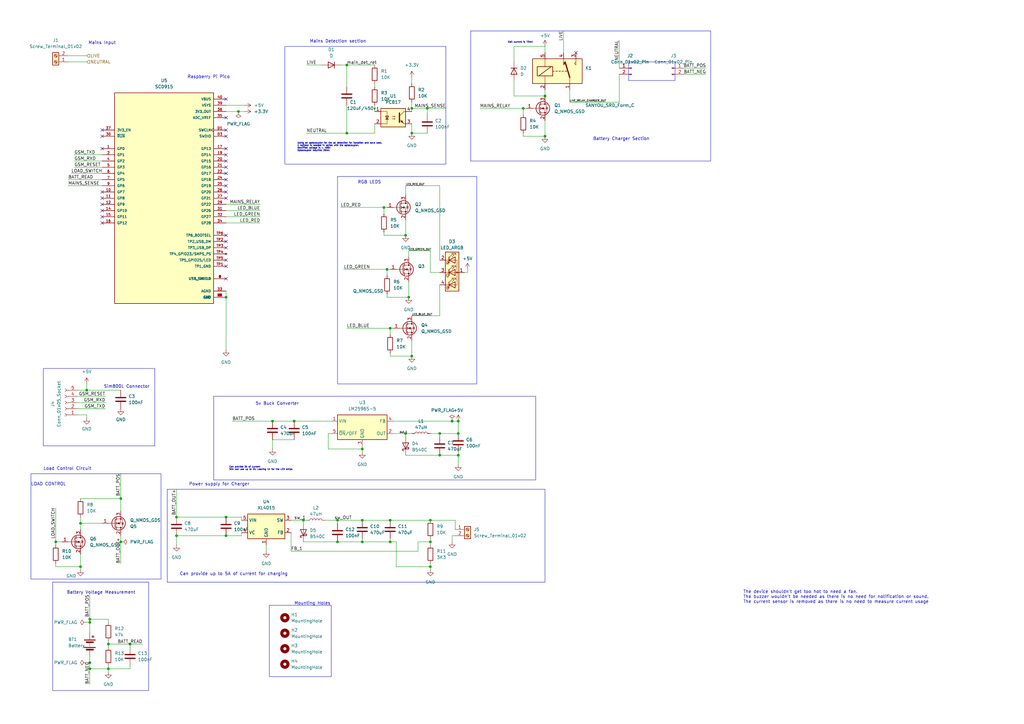
<source format=kicad_sch>
(kicad_sch (version 20230121) (generator eeschema)
  (paper "A3")
  (title_block (title "Stool Design") (date "2024-01-15") (company "PowerLabsTEch"))
  (junction (at 120.65 172.72))
  (junction (at 166.37 96.52))
  (junction (at 148.59 222.25))
  (junction (at 142.24 26.67))
  (junction (at 175.26 44.45))
  (junction (at 160.02 134.62))
  (junction (at 185.42 172.72))
  (junction (at 168.91 146.05))
  (junction (at 160.02 213.36))
  (junction (at 176.53 232.41))
  (junction (at 33.02 232.41))
  (junction (at 223.52 55.88))
  (junction (at 180.34 177.8))
  (junction (at 148.59 213.36))
  (junction (at 167.64 121.92))
  (junction (at 223.52 39.37))
  (junction (at 35.56 160.02))
  (junction (at 53.34 264.16))
  (junction (at 180.34 186.69))
  (junction (at 166.37 177.8))
  (junction (at 49.53 222.25))
  (junction (at 168.91 44.45))
  (junction (at 168.91 54.61))
  (junction (at 176.53 213.36))
  (junction (at 138.43 222.25))
  (junction (at 92.71 212.09))
  (junction (at 142.24 54.61))
  (junction (at 111.76 172.72))
  (junction (at 176.53 222.25))
  (junction (at 187.96 172.72))
  (junction (at 22.86 222.25))
  (junction (at 36.83 274.32))
  (junction (at 33.02 214.63))
  (junction (at 49.53 204.47))
  (junction (at 187.96 177.8))
  (junction (at 36.83 255.27))
  (junction (at 187.96 186.69))
  (junction (at 44.45 264.16))
  (junction (at 92.71 121.92))
  (junction (at 44.45 274.32))
  (junction (at 36.83 254))
  (junction (at 214.63 44.45))
  (junction (at 124.46 213.36))
  (junction (at 138.43 213.36))
  (junction (at 92.71 219.71))
  (junction (at 160.02 222.25))
  (junction (at 72.39 219.71))
  (junction (at 158.75 110.49))
  (junction (at 36.83 271.78))
  (junction (at 72.39 212.09))
  (junction (at 97.79 45.72))
  (junction (at 157.48 85.09))
  (junction (at 148.59 184.15))
  (no_connect (at 41.91 83.82))
  (no_connect (at 92.71 53.34))
  (no_connect (at 92.71 63.5))
  (no_connect (at 41.91 86.36))
  (no_connect (at 92.71 109.22))
  (no_connect (at 41.91 53.34))
  (no_connect (at 92.71 48.26))
  (no_connect (at 92.71 55.88))
  (no_connect (at 92.71 76.2))
  (no_connect (at 92.71 78.74))
  (no_connect (at 236.22 21.59))
  (no_connect (at 92.71 114.3))
  (no_connect (at 92.71 40.64))
  (no_connect (at 41.91 78.74))
  (no_connect (at 92.71 66.04))
  (no_connect (at 92.71 81.28))
  (no_connect (at 92.71 68.58))
  (no_connect (at 41.91 81.28))
  (no_connect (at 92.71 96.52))
  (no_connect (at 41.91 55.88))
  (no_connect (at 92.71 71.12))
  (no_connect (at 92.71 60.96))
  (no_connect (at 92.71 73.66))
  (no_connect (at 92.71 101.6))
  (no_connect (at 92.71 106.68))
  (no_connect (at 41.91 88.9))
  (no_connect (at 41.91 60.96))
  (no_connect (at 41.91 91.44))
  (no_connect (at 92.71 99.06))
  (wire (pts (xy 168.91 44.45) (xy 175.26 44.45)))
  (wire (pts (xy 214.63 44.45) (xy 214.63 46.99)))
  (wire (pts (xy 210.82 33.02) (xy 210.82 39.37)))
  (wire (pts (xy 171.45 226.06) (xy 171.45 222.25)))
  (wire (pts (xy 176.53 220.98) (xy 176.53 222.25)))
  (wire (pts (xy 171.45 222.25) (xy 176.53 222.25)))
  (wire (pts (xy 214.63 55.88) (xy 223.52 55.88)))
  (wire (pts (xy 36.83 243.84) (xy 36.83 254)))
  (wire (pts (xy 33.02 227.33) (xy 33.02 232.41)))
  (polyline (pts (xy 193.04 66.04) (xy 291.465 66.04)))
  (wire (pts (xy 44.45 254) (xy 36.83 254)))
  (wire (pts (xy 36.83 254) (xy 36.83 255.27)))
  (wire (pts (xy 210.82 19.05) (xy 223.52 19.05)))
  (wire (pts (xy 124.46 213.36) (xy 125.73 213.36)))
  (wire (pts (xy 119.38 226.06) (xy 171.45 226.06)))
  (wire (pts (xy 35.56 157.48) (xy 35.56 160.02)))
  (wire (pts (xy 214.63 44.45) (xy 215.9 44.45)))
  (wire (pts (xy 92.71 91.44) (xy 106.68 91.44)))
  (wire (pts (xy 22.86 222.25) (xy 25.4 222.25)))
  (wire (pts (xy 31.75 165.1) (xy 43.18 165.1)))
  (wire (pts (xy 160.02 144.78) (xy 160.02 146.05)))
  (wire (pts (xy 44.45 262.89) (xy 44.45 264.16)))
  (wire (pts (xy 166.37 186.69) (xy 180.34 186.69)))
  (wire (pts (xy 185.42 222.25) (xy 185.42 219.71)))
  (wire (pts (xy 185.42 172.72) (xy 187.96 172.72)))
  (wire (pts (xy 142.24 54.61) (xy 153.67 54.61)))
  (wire (pts (xy 175.26 44.45) (xy 175.26 46.99)))
  (wire (pts (xy 36.83 274.32) (xy 44.45 274.32)))
  (wire (pts (xy 138.43 213.36) (xy 138.43 214.63)))
  (wire (pts (xy 72.39 219.71) (xy 92.71 219.71)))
  (wire (pts (xy 111.76 180.34) (xy 111.76 184.15)))
  (wire (pts (xy 166.37 177.8) (xy 166.37 179.07)))
  (wire (pts (xy 148.59 213.36) (xy 160.02 213.36)))
  (wire (pts (xy 153.67 43.18) (xy 153.67 45.72)))
  (wire (pts (xy 142.24 43.18) (xy 142.24 54.61)))
  (wire (pts (xy 72.39 212.09) (xy 92.71 212.09)))
  (wire (pts (xy 53.34 264.16) (xy 53.34 265.43)))
  (wire (pts (xy 176.53 231.14) (xy 176.53 232.41)))
  (wire (pts (xy 191.77 111.76) (xy 191.77 110.49)))
  (wire (pts (xy 27.94 22.86) (xy 35.56 22.86)))
  (wire (pts (xy 124.46 213.36) (xy 124.46 214.63)))
  (wire (pts (xy 168.91 129.54) (xy 180.34 129.54)))
  (wire (pts (xy 92.71 88.9) (xy 106.68 88.9)))
  (wire (pts (xy 153.67 34.29) (xy 153.67 35.56)))
  (wire (pts (xy 111.76 180.34) (xy 120.65 180.34)))
  (wire (pts (xy 158.75 110.49) (xy 160.02 110.49)))
  (wire (pts (xy 33.02 214.63) (xy 41.91 214.63)))
  (wire (pts (xy 223.52 36.83) (xy 223.52 39.37)))
  (wire (pts (xy 99.06 218.44) (xy 99.06 219.71)))
  (wire (pts (xy 168.91 54.61) (xy 175.26 54.61)))
  (wire (pts (xy 41.91 63.5) (xy 30.48 63.5)))
  (wire (pts (xy 160.02 222.25) (xy 162.56 222.25)))
  (wire (pts (xy 157.48 85.09) (xy 157.48 87.63)))
  (wire (pts (xy 31.75 170.18) (xy 35.56 170.18)))
  (wire (pts (xy 187.96 185.42) (xy 187.96 186.69)))
  (wire (pts (xy 119.38 213.36) (xy 124.46 213.36)))
  (wire (pts (xy 160.02 213.36) (xy 176.53 213.36)))
  (wire (pts (xy 95.25 172.72) (xy 111.76 172.72)))
  (wire (pts (xy 148.59 222.25) (xy 160.02 222.25)))
  (wire (pts (xy 167.64 102.87) (xy 176.53 102.87)))
  (wire (pts (xy 168.91 31.75) (xy 168.91 34.29)))
  (wire (pts (xy 44.45 275.59) (xy 44.45 274.32)))
  (wire (pts (xy 49.53 204.47) (xy 49.53 209.55)))
  (wire (pts (xy 166.37 90.17) (xy 166.37 96.52)))
  (wire (pts (xy 49.53 222.25) (xy 49.53 231.14)))
  (wire (pts (xy 97.79 45.72) (xy 92.71 45.72)))
  (wire (pts (xy 223.52 19.05) (xy 223.52 21.59)))
  (wire (pts (xy 142.24 134.62) (xy 160.02 134.62)))
  (wire (pts (xy 176.53 232.41) (xy 176.53 233.68)))
  (wire (pts (xy 180.34 177.8) (xy 180.34 179.07)))
  (wire (pts (xy 44.45 254) (xy 44.45 255.27)))
  (wire (pts (xy 187.96 172.72) (xy 187.96 177.8)))
  (wire (pts (xy 35.56 255.27) (xy 36.83 255.27)))
  (wire (pts (xy 53.34 273.05) (xy 53.34 274.32)))
  (wire (pts (xy 223.52 49.53) (xy 223.52 55.88)))
  (wire (pts (xy 153.67 50.8) (xy 153.67 54.61)))
  (wire (pts (xy 180.34 177.8) (xy 187.96 177.8)))
  (wire (pts (xy 33.02 204.47) (xy 49.53 204.47)))
  (wire (pts (xy 22.86 232.41) (xy 33.02 232.41)))
  (wire (pts (xy 196.85 44.45) (xy 214.63 44.45)))
  (wire (pts (xy 160.02 134.62) (xy 161.29 134.62)))
  (wire (pts (xy 92.71 219.71) (xy 99.06 219.71)))
  (wire (pts (xy 53.34 264.16) (xy 44.45 264.16)))
  (wire (pts (xy 210.82 39.37) (xy 223.52 39.37)))
  (wire (pts (xy 111.76 172.72) (xy 120.65 172.72)))
  (wire (pts (xy 41.91 71.12) (xy 29.21 71.12)))
  (wire (pts (xy 33.02 217.17) (xy 33.02 214.63)))
  (wire (pts (xy 168.91 139.7) (xy 168.91 146.05)))
  (wire (pts (xy 160.02 146.05) (xy 168.91 146.05)))
  (wire (pts (xy 119.38 218.44) (xy 119.38 226.06)))
  (wire (pts (xy 92.71 121.92) (xy 92.71 143.51)))
  (wire (pts (xy 175.26 44.45) (xy 182.88 44.45)))
  (wire (pts (xy 167.64 115.57) (xy 167.64 121.92)))
  (wire (pts (xy 138.43 222.25) (xy 148.59 222.25)))
  (wire (pts (xy 58.42 264.16) (xy 53.34 264.16)))
  (polyline (pts (xy 193.04 12.7) (xy 193.04 66.04)))
  (wire (pts (xy 167.64 105.41) (xy 167.64 102.87)))
  (wire (pts (xy 140.97 110.49) (xy 158.75 110.49)))
  (wire (pts (xy 135.89 177.8) (xy 134.62 177.8)))
  (wire (pts (xy 166.37 177.8) (xy 168.91 177.8)))
  (wire (pts (xy 125.73 54.61) (xy 142.24 54.61)))
  (wire (pts (xy 92.71 83.82) (xy 106.68 83.82)))
  (wire (pts (xy 92.71 43.18) (xy 100.33 43.18)))
  (wire (pts (xy 148.59 182.88) (xy 148.59 184.15)))
  (wire (pts (xy 161.29 172.72) (xy 185.42 172.72)))
  (wire (pts (xy 158.75 110.49) (xy 158.75 113.03)))
  (wire (pts (xy 186.69 217.17) (xy 186.69 213.36)))
  (wire (pts (xy 33.02 212.09) (xy 33.02 214.63)))
  (wire (pts (xy 158.75 121.92) (xy 167.64 121.92)))
  (wire (pts (xy 168.91 44.45) (xy 168.91 45.72)))
  (wire (pts (xy 160.02 222.25) (xy 160.02 220.98)))
  (wire (pts (xy 142.24 26.67) (xy 153.67 26.67)))
  (wire (pts (xy 31.75 162.56) (xy 43.18 162.56)))
  (wire (pts (xy 180.34 116.84) (xy 180.34 129.54)))
  (wire (pts (xy 27.94 76.2) (xy 41.91 76.2)))
  (wire (pts (xy 35.56 170.18) (xy 35.56 171.45)))
  (wire (pts (xy 92.71 212.09) (xy 99.06 212.09)))
  (wire (pts (xy 166.37 76.2) (xy 180.34 76.2)))
  (wire (pts (xy 160.02 134.62) (xy 160.02 137.16)))
  (wire (pts (xy 36.83 274.32) (xy 36.83 280.67)))
  (wire (pts (xy 231.14 21.59) (xy 231.14 12.7)))
  (wire (pts (xy 49.53 194.31) (xy 49.53 204.47)))
  (wire (pts (xy 176.53 213.36) (xy 186.69 213.36)))
  (wire (pts (xy 41.91 73.66) (xy 27.94 73.66)))
  (wire (pts (xy 233.68 41.91) (xy 254 41.91)))
  (wire (pts (xy 139.7 26.67) (xy 142.24 26.67)))
  (wire (pts (xy 36.83 255.27) (xy 36.83 259.08)))
  (wire (pts (xy 254 16.51) (xy 254 27.94)))
  (wire (pts (xy 133.35 213.36) (xy 138.43 213.36)))
  (wire (pts (xy 49.53 160.02) (xy 35.56 160.02)))
  (wire (pts (xy 210.82 25.4) (xy 210.82 19.05)))
  (wire (pts (xy 162.56 232.41) (xy 162.56 222.25)))
  (wire (pts (xy 185.42 219.71) (xy 186.69 219.71)))
  (wire (pts (xy 157.48 95.25) (xy 157.48 96.52)))
  (wire (pts (xy 36.83 269.24) (xy 36.83 271.78)))
  (wire (pts (xy 280.67 27.94) (xy 289.56 27.94)))
  (wire (pts (xy 166.37 80.01) (xy 166.37 76.2)))
  (wire (pts (xy 190.5 111.76) (xy 191.77 111.76)))
  (wire (pts (xy 99.06 213.36) (xy 99.06 212.09)))
  (wire (pts (xy 157.48 96.52) (xy 166.37 96.52)))
  (wire (pts (xy 125.73 26.67) (xy 132.08 26.67)))
  (wire (pts (xy 139.7 85.09) (xy 157.48 85.09)))
  (wire (pts (xy 31.75 167.64) (xy 43.18 167.64)))
  (wire (pts (xy 161.29 177.8) (xy 166.37 177.8)))
  (wire (pts (xy 187.96 186.69) (xy 187.96 190.5)))
  (wire (pts (xy 142.24 26.67) (xy 142.24 35.56)))
  (wire (pts (xy 92.71 86.36) (xy 106.68 86.36)))
  (wire (pts (xy 124.46 222.25) (xy 138.43 222.25)))
  (wire (pts (xy 148.59 184.15) (xy 148.59 185.42)))
  (wire (pts (xy 168.91 50.8) (xy 168.91 54.61)))
  (wire (pts (xy 31.75 160.02) (xy 35.56 160.02)))
  (polyline (pts (xy 291.465 66.04) (xy 291.465 12.7)))
  (wire (pts (xy 134.62 177.8) (xy 134.62 184.15)))
  (wire (pts (xy 44.45 264.16) (xy 44.45 265.43)))
  (wire (pts (xy 92.71 119.38) (xy 92.71 121.92)))
  (wire (pts (xy 180.34 106.68) (xy 180.34 76.2)))
  (wire (pts (xy 214.63 54.61) (xy 214.63 55.88)))
  (wire (pts (xy 233.68 36.83) (xy 233.68 41.91)))
  (wire (pts (xy 35.56 271.78) (xy 36.83 271.78)))
  (wire (pts (xy 22.86 208.28) (xy 22.86 222.25)))
  (wire (pts (xy 176.53 232.41) (xy 162.56 232.41)))
  (wire (pts (xy 157.48 85.09) (xy 158.75 85.09)))
  (wire (pts (xy 176.53 111.76) (xy 180.34 111.76)))
  (wire (pts (xy 176.53 102.87) (xy 176.53 111.76)))
  (wire (pts (xy 49.53 219.71) (xy 49.53 222.25)))
  (wire (pts (xy 168.91 41.91) (xy 168.91 44.45)))
  (wire (pts (xy 44.45 273.05) (xy 44.45 274.32)))
  (wire (pts (xy 280.67 30.48) (xy 289.56 30.48)))
  (wire (pts (xy 72.39 223.52) (xy 72.39 219.71)))
  (wire (pts (xy 176.53 177.8) (xy 180.34 177.8)))
  (wire (pts (xy 41.91 66.04) (xy 30.48 66.04)))
  (wire (pts (xy 148.59 222.25) (xy 148.59 220.98)))
  (wire (pts (xy 53.34 274.32) (xy 44.45 274.32)))
  (wire (pts (xy 22.86 222.25) (xy 22.86 223.52)))
  (wire (pts (xy 97.79 45.72) (xy 100.33 45.72)))
  (wire (pts (xy 176.53 222.25) (xy 176.53 223.52)))
  (wire (pts (xy 72.39 200.66) (xy 72.39 212.09)))
  (wire (pts (xy 109.22 223.52) (xy 109.22 226.06)))
  (polyline (pts (xy 193.04 12.7) (xy 291.465 12.7)))
  (wire (pts (xy 120.65 172.72) (xy 135.89 172.72)))
  (wire (pts (xy 33.02 232.41) (xy 33.02 233.68)))
  (wire (pts (xy 158.75 120.65) (xy 158.75 121.92)))
  (wire (pts (xy 27.94 25.4) (xy 35.56 25.4)))
  (wire (pts (xy 254 41.91) (xy 254 30.48)))
  (wire (pts (xy 180.34 186.69) (xy 187.96 186.69)))
  (wire (pts (xy 22.86 231.14) (xy 22.86 232.41)))
  (wire (pts (xy 138.43 213.36) (xy 148.59 213.36)))
  (wire (pts (xy 134.62 184.15) (xy 148.59 184.15)))
  (wire (pts (xy 36.83 271.78) (xy 36.83 274.32)))
  (wire (pts (xy 41.91 68.58) (xy 30.48 68.58)))
  (rectangle (start 110.49 248.285) (end 135.89 277.495))
  (rectangle (start 68.58 200.66) (end 223.52 238.76))
  (rectangle (start 87.63 162.56) (end 219.71 196.85))
  (rectangle (start 257.81 25.4) (end 276.86 33.02))
  (rectangle (start 138.43 72.39) (end 195.58 157.48))
  (rectangle (start 116.84 19.05) (end 182.88 67.31))
  (rectangle (start 17.78 151.13) (end 63.5 182.88))
  (rectangle (start 12.7 194.31) (end 66.04 237.49))
  (rectangle (start 21.59 238.76) (end 60.96 283.21))
  (text "Coil current is 72mA" (at 208.28 17.78 0) (effects (font (size 0.635 0.635)) (justify left bottom)))
  (text "LOAD CONTROL" (at 12.7 199.39 0) (effects (font (size 1.27 1.27)) (justify left bottom)))
  (text "5v Buck Converter" (at 104.775 166.37 0) (effects (font (size 1.27 1.27)) (justify left bottom)))
  (text "Mounting Holes" (at 120.65 248.285 0) (effects (font (size 1.27 1.27)) (justify left bottom)))
  (text "Mains Detection section" (at 127 17.78 0) (effects (font (size 1.27 1.27)) (justify left bottom)))
  (text "Using an optocoupler for the ac detection for isolation and save cost.\nA resistor is needed in series with the optocoupler.\nRectified voltage is < 400V\nOptocoupler requires 20mA" (at 121.92 62.23 0) (effects (font (size 0.635 0.635)) (justify left bottom)))
  (text "Battery Charger Section" (at 243.205 57.785 0) (effects (font (size 1.27 1.27)) (justify left bottom)))
  (text "Load Control Circuit" (at 17.78 193.04 0) (effects (font (size 1.27 1.27)) (justify left bottom)))
  (text "Can provide 3A of current \nSim can use up to 2A, Leaving 1A for the LED strips" (at 93.98 193.04 0) (effects (font (size 0.635 0.635)) (justify left bottom)))
  (text "RGB LEDS" (at 146.685 75.565 0) (effects (font (size 1.27 1.27)) (justify left bottom)))
  (text "Mains Input" (at 36.195 18.415 0) (effects (font (size 1.27 1.27)) (justify left bottom)))
  (text "Raspberry Pi Pico" (at 76.835 32.385 0) (effects (font (size 1.27 1.27)) (justify left bottom)))
  (text "Sim800L Connector" (at 42.545 159.385 0) (effects (font (size 1.27 1.27)) (justify left bottom)))
  (text "The device shouldn't get too hot to need a fan.\nThe buzzer wouldn't be needed as there is no need for notification or sound.\nThe current sensor is removed as there is no need to measure current usage" (at 304.8 247.65 0) (effects (font (size 1.27 1.27)) (justify left bottom)))
  (text "Power supply for Charger" (at 77.47 199.39 0) (effects (font (size 1.27 1.27)) (justify left bottom)))
  (text "Can provide up to 5A of current for charging" (at 73.66 236.22 0) (effects (font (size 1.27 1.27)) (justify left bottom)))
  (text "Battery Voltage Measurement" (at 27.305 243.84 0) (effects (font (size 1.27 1.27)) (justify left bottom)))
  (label "MAINS_RELAY" (at 196.85 44.45 0))
  (label "LED_GREEN_OUT" (at 167.64 102.87 0) (effects (font (size 0.762 0.762))))
  (label "NEUTRAL" (at 254 16.51 270))
  (label "LED_BLUE" (at 106.68 86.36 180))
  (label "FB_1" (at 119.38 226.06 0))
  (label "GSM_TXD" (at 43.18 167.64 180))
  (label "BATT_READ" (at 58.42 264.16 180))
  (label "GSM_RESET" (at 43.18 162.56 180))
  (label "LIVE_RELAY_CHARGER_OUT" (at 233.68 41.91 0) (effects (font (size 0.762 0.762))))
  (label "BATT_OUT+" (at 72.39 200.66 270))
  (label "GSM_RXD" (at 30.48 66.04 0))
  (label "out_1" (at 163.83 177.8 0) (effects (font (size 0.762 0.762))))
  (label "BATT_NEG" (at 36.83 280.67 90))
  (label "BATT_OUT+" (at 49.53 231.14 90))
  (label "NEUTRAL" (at 125.73 54.61 0))
  (label "sw_1" (at 120.65 213.36 0))
  (label "BATT_POS" (at 95.25 172.72 0))
  (label "BATT_READ" (at 27.94 73.66 0))
  (label "GSM_TXD" (at 30.48 63.5 0))
  (label "sw_OUT" (at 137.16 213.36 0))
  (label "LOAD_SWITCH" (at 29.21 71.12 0))
  (label "LED_RED_OUT" (at 166.37 76.2 0) (effects (font (size 0.762 0.762))))
  (label "main_det_ret" (at 142.24 26.67 0))
  (label "BATT_POS" (at 289.56 27.94 180))
  (label "BATT_NEG" (at 289.56 30.48 180))
  (label "LED_BLUE" (at 142.24 134.62 0))
  (label "LED_GREEN" (at 140.97 110.49 0))
  (label "LOAD_SWITCH" (at 22.86 208.28 270))
  (label "MAINS_SENSE" (at 182.88 44.45 180))
  (label "LED_BLUE_OUT" (at 168.91 129.54 0) (effects (font (size 0.762 0.762))))
  (label "BATT_POS" (at 49.53 194.31 270))
  (label "GSM_RXD" (at 43.18 165.1 180))
  (label "MAINS_SENSE" (at 27.94 76.2 0))
  (label "LED_RED" (at 139.7 85.09 0))
  (label "MAINS_RELAY" (at 106.68 83.82 180))
  (label "GSM_RESET" (at 30.48 68.58 0))
  (label "LIVE" (at 231.14 12.7 270))
  (label "LIVE" (at 125.73 26.67 0))
  (label "BATT_POS" (at 36.83 243.84 270))
  (label "LED_GREEN" (at 106.68 88.9 180))
  (label "LED_RED" (at 106.68 91.44 180))
  (hierarchical_label "LIVE" (shape input) (at 35.56 22.86 0))
  (hierarchical_label "NEUTRAL" (shape input) (at 35.56 25.4 0))
  (symbol (lib_id "power:GND") (at 49.53 167.64 0) (unit 1)
    (property "Reference" "#PWR013" (effects hide))
    (property "Value" "GND" (at 49.53 172.085 0))
  )
  (symbol (lib_id "power:+5V") (at 187.96 172.72 0) (unit 1)
    (property "Reference" "#PWR015" (effects hide))
    (property "Value" "+5V" (at 187.96 168.275 0))
  )
  (symbol (lib_id "Device:R") (at 158.75 116.84 0) (unit 1)
    (property "Reference" "R6" (at 161.29 115.57 0) (effects (justify left)))
    (property "Value" "10K" (at 161.29 118.11 0) (effects (justify left)))
    (property "Footprint" "Resistor_SMD:R_0603_1608Metric" (effects hide))
    (property "Datasheet" "https://datasheet.lcsc.com/lcsc/2206010045_UNI-ROYAL-Uniroyal-Elec-0603WAF1002T5E_C25804.pdf" (effects hide))
    (property "Manufacturer_Part_Number" "0603WAF1002T5E" (effects hide))
    (property "Manufacturer_Name" "UNI-ROYAL(Uniroyal Elec)" (effects hide))
    (property "LCSC_Part_Number" "C25804" (effects hide))
  )
  (symbol (lib_id "Regulator_Switching:LM2596S-5") (at 148.59 175.26 0) (unit 1)
    (property "Reference" "U3" (at 148.59 165.1 0))
    (property "Value" "LM2596S-5" (at 148.59 167.64 0))
    (property "Footprint" "Package_TO_SOT_SMD:TO-263-5_TabPin3" (effects hide))
    (property "Datasheet" "http://www.ti.com/lit/ds/symlink/lm2596.pdf" (effects hide))
    (property "Manufacturer_Part_Number" "LM2596S-5.0RG" (effects hide))
    (property "Manufacturer_Name" "HANSCHIP semiconductor" (effects hide))
    (property "LCSC_Part_Number" "C5157156" (effects hide))
  )
  (symbol (lib_id "Device:R") (at 157.48 91.44 0) (unit 1)
    (property "Reference" "R5" (at 160.02 90.17 0) (effects (justify left)))
    (property "Value" "10K" (at 160.02 92.71 0) (effects (justify left)))
    (property "Footprint" "Resistor_SMD:R_0603_1608Metric" (effects hide))
    (property "Datasheet" "https://datasheet.lcsc.com/lcsc/2206010045_UNI-ROYAL-Uniroyal-Elec-0603WAF1002T5E_C25804.pdf" (effects hide))
    (property "Manufacturer_Part_Number" "0603WAF1002T5E" (effects hide))
    (property "Manufacturer_Name" "UNI-ROYAL(Uniroyal Elec)" (effects hide))
    (property "LCSC_Part_Number" "C25804" (effects hide))
  )
  (symbol (lib_id "Device:R") (at 22.86 227.33 0) (unit 1)
    (property "Reference" "R10" (at 25.4 226.06 0) (effects (justify left)))
    (property "Value" "10K" (at 25.4 228.6 0) (effects (justify left)))
    (property "Footprint" "Resistor_SMD:R_0603_1608Metric" (effects hide))
    (property "Datasheet" "https://datasheet.lcsc.com/lcsc/2206010045_UNI-ROYAL-Uniroyal-Elec-0603WAF1002T5E_C25804.pdf" (effects hide))
    (property "Manufacturer_Part_Number" "0603WAF1002T5E" (effects hide))
    (property "Manufacturer_Name" "UNI-ROYAL(Uniroyal Elec)" (effects hide))
    (property "LCSC_Part_Number" "C25804" (effects hide))
  )
  (symbol (lib_id "Connector:Screw_Terminal_01x02") (at 22.86 25.4 180) (unit 1)
    (property "Reference" "J1" (at 22.86 16.51 0))
    (property "Value" "Screw_Terminal_01x02" (at 22.86 19.05 0))
    (property "Footprint" "TerminalBlock:TerminalBlock_bornier-2_P5.08mm" (effects hide))
  )
  (symbol (lib_id "Device:C") (at 180.34 182.88 0) (unit 1)
    (property "Reference" "C7" (at 183.515 181.61 0) (effects (justify left)))
    (property "Value" "470uF" (at 183.515 184.15 0) (effects (justify left)))
    (property "Footprint" "Capacitor_SMD:CP_Elec_6.3x7.7" (effects hide))
    (property "Datasheet" "https://datasheet.lcsc.com/lcsc/2304140030_ROQANG-RVT1A471M0607_C335982.pdf" (effects hide))
    (property "Manufacturer_Part_Number" "RVT1A471M0607" (effects hide))
    (property "Manufacturer_Name" "ROQANG" (effects hide))
    (property "LCSC_Part_Number" "C335982" (effects hide))
  )
  (symbol (lib_id "power:GND") (at 185.42 222.25 0) (unit 1)
    (property "Reference" "#PWR019" (effects hide))
    (property "Value" "GND" (at 185.42 227.33 0))
  )
  (symbol (lib_id "Device:D") (at 135.89 26.67 0) (mirror y) (unit 1)
    (property "Reference" "D1" (at 135.89 20.32 0))
    (property "Value" "D" (at 135.89 22.86 0))
    (property "Footprint" "Diode_SMD:D_SMA" (effects hide))
    (property "Datasheet" "https://datasheet.lcsc.com/lcsc/2208051800_JUXING-S2MF_C5125722.pdf" (effects hide))
    (property "Sim.Device" "D" (effects hide))
    (property "Sim.Pins" "1=K 2=A" (effects hide))
    (property "Manufacturer_Part_Number" " S2MF" (effects hide))
    (property "Manufacturer_Name" " JUXING" (effects hide))
    (property "LCSC_Part_Number" "C5125722" (effects hide))
  )
  (symbol (lib_id "power:GND") (at 92.71 143.51 0) (unit 1)
    (property "Reference" "#PWR010" (effects hide))
    (property "Value" "GND" (at 92.71 148.59 0))
  )
  (symbol (lib_id "Device:C") (at 53.34 269.24 0) (unit 1)
    (property "Reference" "C13" (at 56.515 267.97 0) (effects (justify left)))
    (property "Value" "100nF" (at 56.515 270.51 0) (effects (justify left)))
    (property "Footprint" "Capacitor_SMD:C_0603_1608Metric" (effects hide))
    (property "Datasheet" "https://datasheet.lcsc.com/lcsc/2211101700_YAGEO-CC0603KRX7R9BB104_C14663.pdf" (effects hide))
    (property "Manufacturer_Part_Number" "CC0603KRX7R9BB104" (effects hide))
    (property "Manufacturer_Name" "YAGEO" (effects hide))
    (property "LCSC_Part_Number" "C14663" (effects hide))
  )
  (symbol (lib_id "power:PWR_FLAG") (at 185.42 172.72 0) (unit 1)
    (property "Reference" "#FLG02" (effects hide))
    (property "Value" "PWR_FLAG" (at 181.61 168.275 0))
  )
  (symbol (lib_id "Device:C") (at 120.65 176.53 0) (unit 1)
    (property "Reference" "C5" (at 123.825 175.26 0) (effects (justify left)))
    (property "Value" "100nF" (at 123.825 177.8 0) (effects (justify left)))
    (property "Footprint" "Capacitor_SMD:C_0603_1608Metric" (effects hide))
    (property "Datasheet" "https://datasheet.lcsc.com/lcsc/2211101700_YAGEO-CC0603KRX7R9BB104_C14663.pdf" (effects hide))
    (property "Manufacturer_Part_Number" "CC0603KRX7R9BB104" (effects hide))
    (property "Manufacturer_Name" "YAGEO" (effects hide))
    (property "LCSC_Part_Number" "C14663" (effects hide))
  )
  (symbol (lib_id "Device:C") (at 142.24 39.37 0) (unit 1)
    (property "Reference" "C1" (at 143.51 41.91 0) (effects (justify left)))
    (property "Value" "120uF/450v" (at 142.24 44.45 0) (effects (justify left)))
    (property "Footprint" "Capacitor_THT:CP_Radial_D18.0mm_P7.50mm" (effects hide))
    (property "Datasheet" "https://datasheet.lcsc.com/lcsc/2302101109_Yunxing-EG22WM121M36OTMO_C2841497.pdf" (effects hide))
    (property "Manufacturer_Part_Number" "EG22WM121M36OTMO" (effects hide))
    (property "Manufacturer_Name" "Yunxing" (effects hide))
    (property "LCSC_Part_Number" "C2841497" (effects hide))
  )
  (symbol (lib_id "power:GND") (at 72.39 223.52 0) (unit 1)
    (property "Reference" "#PWR020" (effects hide))
    (property "Value" "GND" (at 72.39 228.6 0))
  )
  (symbol (lib_id "power:GND") (at 109.22 226.06 0) (unit 1)
    (property "Reference" "#PWR021" (effects hide))
    (property "Value" "GND" (at 109.22 231.14 0))
  )
  (symbol (lib_id "power:PWR_FLAG") (at 97.79 45.72 0) (mirror x) (unit 1)
    (property "Reference" "#FLG01" (effects hide))
    (property "Value" "PWR_FLAG" (at 97.79 50.8 0))
  )
  (symbol (lib_id "Device:C") (at 72.39 215.9 0) (unit 1)
    (property "Reference" "C8" (at 75.565 214.63 0) (effects (justify left)))
    (property "Value" "470uF" (at 75.565 217.17 0) (effects (justify left)))
    (property "Footprint" "Capacitor_SMD:CP_Elec_6.3x7.7" (effects hide))
    (property "Datasheet" "https://datasheet.lcsc.com/lcsc/2304140030_ROQANG-RVT1A471M0607_C335982.pdf" (effects hide))
    (property "Manufacturer_Part_Number" "RVT1A471M0607" (effects hide))
    (property "Manufacturer_Name" "ROQANG" (effects hide))
    (property "LCSC_Part_Number" "C335982" (effects hide))
  )
  (symbol (lib_id "power:GND") (at 44.45 275.59 0) (unit 1)
    (property "Reference" "#PWR024" (effects hide))
    (property "Value" "GND" (at 44.45 280.67 0))
  )
  (symbol (lib_id "Device:Q_NMOS_GSD") (at 163.83 85.09 0) (unit 1)
    (property "Reference" "Q2" (at 170.18 83.82 0) (effects (justify left)))
    (property "Value" "Q_NMOS_GSD" (at 170.18 86.36 0) (effects (justify left)))
    (property "Footprint" "Package_TO_SOT_SMD:SOT-23" (effects hide))
    (property "Datasheet" "https://datasheet.lcsc.com/lcsc/2204261715_NATLINEAR-NP2302FVR-J-G_C2991117.pdf" (effects hide))
    (property "Manufacturer_Part_Number" "NP2302FVR-J-G" (effects hide))
    (property "Manufacturer_Name" "NATLINEAR" (effects hide))
    (property "LCSC_Part_Number" "C2991117" (effects hide))
  )
  (symbol (lib_id "Device:C") (at 187.96 181.61 0) (unit 1)
    (property "Reference" "C6" (at 191.135 180.34 0) (effects (justify left)))
    (property "Value" "100nF" (at 191.135 182.88 0) (effects (justify left)))
    (property "Footprint" "Capacitor_SMD:C_0603_1608Metric" (effects hide))
    (property "Datasheet" "https://datasheet.lcsc.com/lcsc/2211101700_YAGEO-CC0603KRX7R9BB104_C14663.pdf" (effects hide))
    (property "Manufacturer_Part_Number" "CC0603KRX7R9BB104" (effects hide))
    (property "Manufacturer_Name" "YAGEO" (effects hide))
    (property "LCSC_Part_Number" "C14663" (effects hide))
  )
  (symbol (lib_id "Mechanical:MountingHole") (at 116.84 266.065 0) (unit 1)
    (property "Reference" "H3" (at 119.38 264.7949 0) (effects (justify left)))
    (property "Value" "MountingHole" (at 119.38 267.3349 0) (effects (justify left)))
    (property "Footprint" "MountingHole:MountingHole_2.2mm_M2" (effects hide))
  )
  (symbol (lib_id "power:+5V") (at 191.77 110.49 0) (unit 1)
    (property "Reference" "#PWR08" (effects hide))
    (property "Value" "+5V" (at 191.77 106.045 0))
  )
  (symbol (lib_id "Device:R") (at 33.02 208.28 0) (unit 1)
    (property "Reference" "R8" (at 35.56 207.01 0) (effects (justify left)))
    (property "Value" "10K" (at 35.56 209.55 0) (effects (justify left)))
    (property "Footprint" "Resistor_SMD:R_0603_1608Metric" (effects hide))
    (property "Datasheet" "https://datasheet.lcsc.com/lcsc/2206010045_UNI-ROYAL-Uniroyal-Elec-0603WAF1002T5E_C25804.pdf" (effects hide))
    (property "Manufacturer_Part_Number" "0603WAF1002T5E" (effects hide))
    (property "Manufacturer_Name" "UNI-ROYAL(Uniroyal Elec)" (effects hide))
    (property "LCSC_Part_Number" "C25804" (effects hide))
  )
  (symbol (lib_id "Device:C") (at 160.02 217.17 0) (unit 1)
    (property "Reference" "C11" (at 163.195 215.9 0) (effects (justify left)))
    (property "Value" "470uF" (at 163.195 218.44 0) (effects (justify left)))
    (property "Footprint" "Capacitor_SMD:CP_Elec_6.3x7.7" (effects hide))
    (property "Datasheet" "https://datasheet.lcsc.com/lcsc/2304140030_ROQANG-RVT1A471M0607_C335982.pdf" (effects hide))
    (property "Manufacturer_Part_Number" "RVT1A471M0607" (effects hide))
    (property "Manufacturer_Name" "ROQANG" (effects hide))
    (property "LCSC_Part_Number" "C335982" (effects hide))
  )
  (symbol (lib_id "power:+5V") (at 223.52 19.05 0) (unit 1)
    (property "Reference" "#PWR01" (effects hide))
    (property "Value" "+5V" (at 223.52 14.605 0))
  )
  (symbol (lib_id "Device:C") (at 92.71 215.9 0) (unit 1)
    (property "Reference" "C9" (at 95.885 214.63 0) (effects (justify left)))
    (property "Value" "100nF" (at 95.885 217.17 0) (effects (justify left)))
    (property "Footprint" "Capacitor_SMD:C_0603_1608Metric" (effects hide))
    (property "Datasheet" "https://datasheet.lcsc.com/lcsc/2211101700_YAGEO-CC0603KRX7R9BB104_C14663.pdf" (effects hide))
    (property "Manufacturer_Part_Number" "CC0603KRX7R9BB104" (effects hide))
    (property "Manufacturer_Name" "YAGEO" (effects hide))
    (property "LCSC_Part_Number" "C14663" (effects hide))
  )
  (symbol (lib_id "power:GND") (at 33.02 233.68 0) (unit 1)
    (property "Reference" "#PWR022" (effects hide))
    (property "Value" "GND" (at 29.21 236.22 0))
  )
  (symbol (lib_id "power:+3.3V") (at 168.91 31.75 0) (unit 1)
    (property "Reference" "#PWR02" (effects hide))
    (property "Value" "+3.3V" (at 168.91 26.67 0))
  )
  (symbol (lib_id "Device:Q_NMOS_GSD") (at 166.37 134.62 0) (unit 1)
    (property "Reference" "Q4" (at 172.72 133.35 0) (effects (justify left)))
    (property "Value" "Q_NMOS_GSD" (at 172.72 135.89 0) (effects (justify left)))
    (property "Footprint" "Package_TO_SOT_SMD:SOT-23" (effects hide))
    (property "Datasheet" "https://datasheet.lcsc.com/lcsc/2204261715_NATLINEAR-NP2302FVR-J-G_C2991117.pdf" (effects hide))
    (property "Manufacturer_Part_Number" "NP2302FVR-J-G" (effects hide))
    (property "Manufacturer_Name" "NATLINEAR" (effects hide))
    (property "LCSC_Part_Number" "C2991117" (effects hide))
  )
  (symbol (lib_id "power:PWR_FLAG") (at 49.53 222.25 270) (unit 1)
    (property "Reference" "#FLG03" (effects hide))
    (property "Value" "PWR_FLAG" (at 53.34 222.25 90) (effects (justify left)))
  )
  (symbol (lib_id "power:GND") (at 223.52 55.88 0) (unit 1)
    (property "Reference" "#PWR06" (effects hide))
    (property "Value" "GND" (at 223.52 60.96 0))
  )
  (symbol (lib_id "power:GND") (at 167.64 121.92 0) (unit 1)
    (property "Reference" "#PWR09" (effects hide))
    (property "Value" "GND" (at 167.64 127 0))
  )
  (symbol (lib_id "power:GND") (at 176.53 233.68 0) (unit 1)
    (property "Reference" "#PWR023" (effects hide))
    (property "Value" "GND" (at 176.53 238.76 0))
  )
  (symbol (lib_id "power:+3.3V") (at 100.33 45.72 270) (unit 1)
    (property "Reference" "#PWR04" (effects hide))
    (property "Value" "+3.3V" (at 104.14 45.72 90) (effects (justify left)))
  )
  (symbol (lib_id "Device:R") (at 176.53 227.33 0) (unit 1)
    (property "Reference" "R11" (at 179.07 226.06 0) (effects (justify left)))
    (property "Value" "3K3" (at 179.07 228.6 0) (effects (justify left)))
    (property "Footprint" "Resistor_SMD:R_0603_1608Metric" (effects hide))
    (property "Datasheet" "https://datasheet.lcsc.com/lcsc/2308241947_FOJAN-FRC0603J332-TS_C2907140.pdf" (effects hide))
    (property "Manufacturer_Part_Number" "FRC0603J332 TS" (effects hide))
    (property "Manufacturer_Name" "FOJAN" (effects hide))
    (property "LCSC_Part_Number" "C2907140" (effects hide))
  )
  (symbol (lib_id "Device:R") (at 176.53 217.17 0) (unit 1)
    (property "Reference" "R9" (at 179.07 215.9 0) (effects (justify left)))
    (property "Value" "10K" (at 179.07 218.44 0) (effects (justify left)))
    (property "Footprint" "Resistor_SMD:R_0603_1608Metric" (effects hide))
    (property "Datasheet" "https://datasheet.lcsc.com/lcsc/2206010045_UNI-ROYAL-Uniroyal-Elec-0603WAF1002T5E_C25804.pdf" (effects hide))
    (property "Manufacturer_Part_Number" "0603WAF1002T5E" (effects hide))
    (property "Manufacturer_Name" "UNI-ROYAL(Uniroyal Elec)" (effects hide))
    (property "LCSC_Part_Number" "C25804" (effects hide))
  )
  (symbol (lib_id "Device:Q_NMOS_GSD") (at 30.48 222.25 0) (unit 1)
    (property "Reference" "Q6" (at 36.83 220.98 0) (effects (justify left)))
    (property "Value" "Q_NMOS_GSD" (at 36.83 223.52 0) (effects (justify left)))
    (property "Footprint" "Package_TO_SOT_SMD:SOT-23" (effects hide))
    (property "Datasheet" "https://datasheet.lcsc.com/lcsc/2204261715_NATLINEAR-NP2302FVR-J-G_C2991117.pdf" (effects hide))
    (property "Manufacturer_Part_Number" "NP2302FVR-J-G" (effects hide))
    (property "Manufacturer_Name" "NATLINEAR" (effects hide))
    (property "LCSC_Part_Number" "C2991117" (effects hide))
  )
  (symbol (lib_id "Device:R") (at 153.67 30.48 0) (unit 1)
    (property "Reference" "R1" (at 156.21 29.21 0) (effects (justify left)))
    (property "Value" "10K" (at 156.21 31.75 0) (effects (justify left)))
    (property "Footprint" "Resistor_SMD:R_0603_1608Metric" (effects hide))
    (property "Datasheet" "https://datasheet.lcsc.com/lcsc/2206010045_UNI-ROYAL-Uniroyal-Elec-0603WAF1002T5E_C25804.pdf" (effects hide))
    (property "Manufacturer_Part_Number" "0603WAF1002T5E" (effects hide))
    (property "Manufacturer_Name" "UNI-ROYAL(Uniroyal Elec)" (effects hide))
    (property "LCSC_Part_Number" "C25804" (effects hide))
  )
  (symbol (lib_id "Relay:SANYOU_SRD_Form_C") (at 228.6 29.21 0) (unit 1)
    (property "Reference" "K1" (at 240.03 27.94 0) (effects (justify left)))
    (property "Value" "SANYOU_SRD_Form_C" (at 240.03 43.18 0) (effects (justify left)))
    (property "Footprint" "Relay_THT:Relay_SPDT_SANYOU_SRD_Series_Form_C" (effects hide))
    (property "Datasheet" "https://datasheet.lcsc.com/lcsc/2304140030_Ningbo-Songle-Relay-SRD-5VDC-SL-B_C185799.pdf" (effects hide))
    (property "Manufacturer_Part_Number" "SRD-05VDC-SL-C" (effects hide))
    (property "Manufacturer_Name" "Ningbo Songle Relay" (effects hide))
    (property "LCSC_Part_Number" "C35449" (effects hide))
  )
  (symbol (lib_id "Snapeda_kicad_sym:SC0915") (at 67.31 81.28 0) (unit 1)
    (property "Reference" "U5" (at 67.31 33.02 0))
    (property "Value" "SC0915" (at 67.31 35.56 0))
    (property "Footprint" "footprint_library:RPi_Pico_SMD_TH_REMOVED_SWD_PINS" (effects hide))
    (property "MF" "Raspberry Pi" (effects hide))
    (property "Description" "\nRaspberry Pi Pico Embedded Dev Module | Raspberry Pi SC0915\n" (effects hide))
    (property "Package" "None" (effects hide))
    (property "Price" "None" (effects hide))
    (property "Check_prices" "https://www.snapeda.com/parts/SC0915/Raspberry+Pi/view-part/?ref=eda" (effects hide))
    (property "STANDARD" "Manufacturer Recommendations" (effects hide))
    (property "PARTREV" "1.9" (effects hide))
    (property "SnapEDA_Link" "https://www.snapeda.com/parts/SC0915/Raspberry+Pi/view-part/?ref=snap" (effects hide))
    (property "MP" "SC0915" (effects hide))
    (property "Purchase-URL" "https://www.snapeda.com/api/url_track_click_mouser/?unipart_id=6331605&manufacturer=Raspberry Pi&part_name=SC0915&search_term=pi pico" (effects hide))
    (property "MANUFACTURER" "Pi Supply" (effects hide))
    (property "Availability" "In Stock" (effects hide))
    (property "SNAPEDA_PN" "SC0915" (effects hide))
  )
  (symbol (lib_id "power:GND") (at 168.91 54.61 0) (unit 1)
    (property "Reference" "#PWR05" (effects hide))
    (property "Value" "GND" (at 168.91 59.69 0))
  )
  (symbol (lib_id "Device:R") (at 44.45 259.08 0) (unit 1)
    (property "Reference" "R12" (at 46.99 257.81 0) (effects (justify left)))
    (property "Value" "47k" (at 46.99 260.35 0) (effects (justify left)))
    (property "Footprint" "Resistor_SMD:R_0603_1608Metric" (effects hide))
    (property "Datasheet" "https://datasheet.lcsc.com/lcsc/2308241947_FOJAN-FRC0603J473-TS_C2907173.pdf" (effects hide))
    (property "Manufacturer_Part_Number" "FRC0603J473 TS" (effects hide))
    (property "Manufacturer_Name" "FOJAN" (effects hide))
    (property "LCSC_Part_Number" "C2907173" (effects hide))
  )
  (symbol (lib_id "power:GND") (at 168.91 146.05 0) (unit 1)
    (property "Reference" "#PWR011" (effects hide))
    (property "Value" "GND" (at 168.91 151.13 0))
  )
  (symbol (lib_id "power:GND") (at 187.96 190.5 0) (unit 1)
    (property "Reference" "#PWR018" (effects hide))
    (property "Value" "GND" (at 187.96 195.58 0))
  )
  (symbol (lib_id "Diode:MBR745") (at 124.46 218.44 90) (unit 1)
    (property "Reference" "D5" (at 127 217.4875 90) (effects (justify right)))
    (property "Value" "B540C" (at 127 220.0275 90) (effects (justify right)))
    (property "Footprint" "Diode_SMD:D_SMC" (effects hide))
    (property "Datasheet" "https://datasheet.lcsc.com/lcsc/2307271405_FUXINSEMI-B540C_C6807783.pdf" (effects hide))
    (property "Manufacturer_Part_Number" "B540C" (effects hide))
    (property "Manufacturer_Name" "FUXINSEMI" (effects hide))
    (property "LCSC_Part_Number" "C6807783" (effects hide))
  )
  (symbol (lib_id "Regulator_Switching:XL4015") (at 109.22 215.9 0) (unit 1)
    (property "Reference" "U4" (at 109.22 205.74 0))
    (property "Value" "XL4015" (at 109.22 208.28 0))
    (property "Footprint" "Package_TO_SOT_SMD:TO-263-5_TabPin3" (effects hide))
    (property "Datasheet" "http://www.xlsemi.net/datasheet/XL4015%20datasheet-English.pdf" (effects hide))
    (property "Manufacturer_Part_Number" "XL4015E1" (effects hide))
    (property "Manufacturer_Name" "XLSEMI" (effects hide))
    (property "LCSC_Part_Number" "C51661" (effects hide))
  )
  (symbol (lib_id "power:+5V") (at 35.56 157.48 0) (unit 1)
    (property "Reference" "#PWR012" (effects hide))
    (property "Value" "+5V" (at 35.56 152.4 0))
  )
  (symbol (lib_id "Device:D") (at 210.82 29.21 90) (mirror x) (unit 1)
    (property "Reference" "D2" (at 213.36 27.94 90) (effects (justify right)))
    (property "Value" "D" (at 213.36 30.48 90) (effects (justify right)))
    (property "Footprint" "Diode_SMD:D_SMA" (effects hide))
    (property "Datasheet" "https://datasheet.lcsc.com/lcsc/2208051800_JUXING-S2MF_C5125722.pdf" (effects hide))
    (property "Sim.Device" "D" (effects hide))
    (property "Sim.Pins" "1=K 2=A" (effects hide))
    (property "Manufacturer_Part_Number" " S2MF" (effects hide))
    (property "Manufacturer_Name" " JUXING" (effects hide))
    (property "LCSC_Part_Number" "C5125722" (effects hide))
  )
  (symbol (lib_id "Device:Q_NMOS_GSD") (at 165.1 110.49 0) (unit 1)
    (property "Reference" "Q3" (at 171.45 109.22 0) (effects (justify left)))
    (property "Value" "Q_NMOS_GSD" (at 144.78 119.38 0) (effects (justify left)))
    (property "Footprint" "Package_TO_SOT_SMD:SOT-23" (effects hide))
    (property "Datasheet" "https://datasheet.lcsc.com/lcsc/2204261715_NATLINEAR-NP2302FVR-J-G_C2991117.pdf" (effects hide))
    (property "Manufacturer_Part_Number" "NP2302FVR-J-G" (effects hide))
    (property "Manufacturer_Name" "NATLINEAR" (effects hide))
    (property "LCSC_Part_Number" "C2991117" (effects hide))
  )
  (symbol (lib_id "power:+5V") (at 100.33 43.18 270) (mirror x) (unit 1)
    (property "Reference" "#PWR03" (effects hide))
    (property "Value" "+5V" (at 104.14 43.18 90) (effects (justify left)))
  )
  (symbol (lib_id "power:GND") (at 148.59 185.42 0) (unit 1)
    (property "Reference" "#PWR017" (effects hide))
    (property "Value" "GND" (at 148.59 190.5 0))
  )
  (symbol (lib_id "Device:Battery") (at 36.83 264.16 0) (unit 1)
    (property "Reference" "BT1" (at 27.94 262.255 0) (effects (justify left)))
    (property "Value" "Battery" (at 27.94 264.795 0) (effects (justify left)))
    (property "Footprint" "Connector_PinHeader_2.54mm:PinHeader_1x02_P2.54mm_Vertical" (effects hide))
  )
  (symbol (lib_id "Device:C") (at 138.43 218.44 0) (unit 1)
    (property "Reference" "C12" (at 141.605 217.17 0) (effects (justify left)))
    (property "Value" "100nF" (at 141.605 219.71 0) (effects (justify left)))
    (property "Footprint" "Capacitor_SMD:C_0603_1608Metric" (effects hide))
    (property "Datasheet" "https://datasheet.lcsc.com/lcsc/2211101700_YAGEO-CC0603KRX7R9BB104_C14663.pdf" (effects hide))
    (property "Manufacturer_Part_Number" "CC0603KRX7R9BB104" (effects hide))
    (property "Manufacturer_Name" "YAGEO" (effects hide))
    (property "LCSC_Part_Number" "C14663" (effects hide))
  )
  (symbol (lib_id "Mechanical:MountingHole") (at 116.84 272.415 0) (unit 1)
    (property "Reference" "H4" (at 119.38 271.1449 0) (effects (justify left)))
    (property "Value" "MountingHole" (at 119.38 273.6849 0) (effects (justify left)))
    (property "Footprint" "MountingHole:MountingHole_2.2mm_M2" (effects hide))
  )
  (symbol (lib_id "Diode:MBR745") (at 166.37 182.88 90) (unit 1)
    (property "Reference" "D4" (at 168.91 181.9275 90) (effects (justify right)))
    (property "Value" "B540C" (at 168.91 184.4675 90) (effects (justify right)))
    (property "Footprint" "Diode_SMD:D_SMC" (effects hide))
    (property "Datasheet" "https://datasheet.lcsc.com/lcsc/2307271405_FUXINSEMI-B540C_C6807783.pdf" (effects hide))
    (property "Manufacturer_Part_Number" "B540C" (effects hide))
    (property "Manufacturer_Name" "FUXINSEMI" (effects hide))
    (property "LCSC_Part_Number" "C6807783" (effects hide))
  )
  (symbol (lib_id "power:GND") (at 35.56 171.45 0) (unit 1)
    (property "Reference" "#PWR014" (effects hide))
    (property "Value" "GND" (at 35.56 175.895 0))
  )
  (symbol (lib_id "Device:C") (at 111.76 176.53 0) (unit 1)
    (property "Reference" "C4" (at 114.935 175.26 0) (effects (justify left)))
    (property "Value" "470uF" (at 114.935 177.8 0) (effects (justify left)))
    (property "Footprint" "Capacitor_SMD:CP_Elec_6.3x7.7" (effects hide))
    (property "Datasheet" "https://datasheet.lcsc.com/lcsc/2304140030_ROQANG-RVT1A471M0607_C335982.pdf" (effects hide))
    (property "Manufacturer_Part_Number" "RVT1A471M0607" (effects hide))
    (property "Manufacturer_Name" "ROQANG" (effects hide))
    (property "LCSC_Part_Number" "C335982" (effects hide))
  )
  (symbol (lib_id "Connector:Conn_01x02_Pin") (at 259.08 27.94 0) (mirror y) (unit 1)
    (property "Reference" "J2" (at 258.445 22.86 0))
    (property "Value" "Conn_01x02_Pin" (at 258.445 25.4 0))
    (property "Footprint" "Connector_PinHeader_2.54mm:PinHeader_1x02_P2.54mm_Vertical" (effects hide))
  )
  (symbol (lib_id "Mechanical:MountingHole") (at 116.84 259.715 0) (unit 1)
    (property "Reference" "H2" (at 119.38 258.4449 0) (effects (justify left)))
    (property "Value" "MountingHole" (at 119.38 260.9849 0) (effects (justify left)))
    (property "Footprint" "MountingHole:MountingHole_2.2mm_M2" (effects hide))
  )
  (symbol (lib_id "power:PWR_FLAG") (at 35.56 271.78 90) (unit 1)
    (property "Reference" "#FLG05" (effects hide))
    (property "Value" "PWR_FLAG" (at 31.75 271.78 90) (effects (justify left)))
  )
  (symbol (lib_id "Device:R") (at 153.67 39.37 0) (unit 1)
    (property "Reference" "R3" (at 156.21 38.1 0) (effects (justify left)))
    (property "Value" "10K" (at 156.21 40.64 0) (effects (justify left)))
    (property "Footprint" "Resistor_SMD:R_0603_1608Metric" (effects hide))
    (property "Datasheet" "https://datasheet.lcsc.com/lcsc/2206010045_UNI-ROYAL-Uniroyal-Elec-0603WAF1002T5E_C25804.pdf" (effects hide))
    (property "Manufacturer_Part_Number" "0603WAF1002T5E" (effects hide))
    (property "Manufacturer_Name" "UNI-ROYAL(Uniroyal Elec)" (effects hide))
    (property "LCSC_Part_Number" "C25804" (effects hide))
  )
  (symbol (lib_id "Connector:Conn_01x05_Socket") (at 26.67 165.1 180) (unit 1)
    (property "Reference" "J4" (at 21.59 165.735 90))
    (property "Value" "Conn_01x05_Socket" (at 24.13 165.735 90))
    (property "Footprint" "Connector_PinHeader_2.54mm:PinHeader_1x05_P2.54mm_Vertical" (effects hide))
  )
  (symbol (lib_id "Device:C") (at 49.53 163.83 0) (unit 1)
    (property "Reference" "C3" (at 52.705 162.56 0) (effects (justify left)))
    (property "Value" "100nF" (at 52.705 165.1 0) (effects (justify left)))
    (property "Footprint" "Capacitor_SMD:C_0603_1608Metric" (effects hide))
    (property "Datasheet" "https://datasheet.lcsc.com/lcsc/2211101700_YAGEO-CC0603KRX7R9BB104_C14663.pdf" (effects hide))
    (property "Manufacturer_Part_Number" "CC0603KRX7R9BB104" (effects hide))
    (property "Manufacturer_Name" "YAGEO" (effects hide))
    (property "LCSC_Part_Number" "C14663" (effects hide))
  )
  (symbol (lib_id "power:GND") (at 111.76 184.15 0) (unit 1)
    (property "Reference" "#PWR016" (effects hide))
    (property "Value" "GND" (at 111.76 189.23 0))
  )
  (symbol (lib_id "Device:R") (at 214.63 50.8 0) (unit 1)
    (property "Reference" "R4" (at 217.17 49.53 0) (effects (justify left)))
    (property "Value" "10K" (at 217.17 52.07 0) (effects (justify left)))
    (property "Footprint" "Resistor_SMD:R_0603_1608Metric" (effects hide))
    (property "Datasheet" "https://datasheet.lcsc.com/lcsc/2206010045_UNI-ROYAL-Uniroyal-Elec-0603WAF1002T5E_C25804.pdf" (effects hide))
    (property "Manufacturer_Part_Number" "0603WAF1002T5E" (effects hide))
    (property "Manufacturer_Name" "UNI-ROYAL(Uniroyal Elec)" (effects hide))
    (property "LCSC_Part_Number" "C25804" (effects hide))
  )
  (symbol (lib_id "Device:R") (at 44.45 269.24 0) (unit 1)
    (property "Reference" "R13" (at 46.99 267.97 0) (effects (justify left)))
    (property "Value" "10K" (at 46.99 270.51 0) (effects (justify left)))
    (property "Footprint" "Resistor_SMD:R_0603_1608Metric" (effects hide))
    (property "Datasheet" "https://datasheet.lcsc.com/lcsc/2206010045_UNI-ROYAL-Uniroyal-Elec-0603WAF1002T5E_C25804.pdf" (effects hide))
    (property "Manufacturer_Part_Number" "0603WAF1002T5E" (effects hide))
    (property "Manufacturer_Name" "UNI-ROYAL(Uniroyal Elec)" (effects hide))
    (property "LCSC_Part_Number" "C25804" (effects hide))
  )
  (symbol (lib_id "Device:Q_NMOS_GDS") (at 46.99 214.63 0) (mirror x) (unit 1)
    (property "Reference" "Q5" (at 53.34 215.9 0) (effects (justify left)))
    (property "Value" "Q_NMOS_GDS" (at 53.34 213.36 0) (effects (justify left)))
    (property "Footprint" "Package_TO_SOT_SMD:TO-252-2" (effects hide))
    (property "Datasheet" "https://datasheet.lcsc.com/lcsc/2310121801_HL-20P03_C18164391.pdf" (effects hide))
    (property "Manufacturer_Part_Number" "20P03" (effects hide))
    (property "Manufacturer_Name" "HL" (effects hide))
    (property "LCSC_Part_Number" "C18164391" (effects hide))
  )
  (symbol (lib_id "Device:L") (at 172.72 177.8 90) (unit 1)
    (property "Reference" "L1" (at 172.72 172.72 90))
    (property "Value" "47uH" (at 172.72 175.26 90))
    (property "Footprint" "footprint_library:SMD,13.7x12.8mm" (effects hide))
    (property "Datasheet" "https://datasheet.lcsc.com/lcsc/2308011153_YJYCOIN-YSPI1365-470M_C497913.pdf" (effects hide))
    (property "Manufacturer_Part_Number" "YSPI1365-470M" (effects hide))
    (property "Manufacturer_Name" "YJYCOIN" (effects hide))
    (property "LCSC_Part_Number" "C497913" (effects hide))
  )
  (symbol (lib_id "Connector:Conn_01x02_Pin") (at 275.59 27.94 0) (unit 1)
    (property "Reference" "J3" (at 276.225 22.86 0))
    (property "Value" "Conn_01x02_Pin" (at 276.225 25.4 0))
    (property "Footprint" "Connector_PinHeader_2.54mm:PinHeader_1x02_P2.54mm_Vertical" (effects hide))
  )
  (symbol (lib_id "power:PWR_FLAG") (at 35.56 255.27 90) (unit 1)
    (property "Reference" "#FLG04" (effects hide))
    (property "Value" "PWR_FLAG" (at 31.75 255.27 90) (effects (justify left)))
  )
  (symbol (lib_id "Device:L") (at 129.54 213.36 90) (unit 1)
    (property "Reference" "L2" (at 129.54 208.28 90))
    (property "Value" "47uH" (at 129.54 210.82 90))
    (property "Footprint" "footprint_library:SMD,13.7x12.8mm" (effects hide))
    (property "Datasheet" "https://datasheet.lcsc.com/lcsc/2308011153_YJYCOIN-YSPI1365-470M_C497913.pdf" (effects hide))
    (property "Manufacturer_Part_Number" "YSPI1365-470M" (effects hide))
    (property "Manufacturer_Name" "YJYCOIN" (effects hide))
    (property "LCSC_Part_Number" "C497913" (effects hide))
  )
  (symbol (lib_id "Isolator:PC817") (at 161.29 48.26 0) (unit 1)
    (property "Reference" "U1" (at 161.29 39.37 0))
    (property "Value" "PC817" (at 161.29 41.91 0))
    (property "Footprint" "Package_DIP:SMDIP-4_W7.62mm" (effects hide))
    (property "Datasheet" "http://www.soselectronic.cz/a_info/resource/d/pc817.pdf" (effects hide))
    (property "Manufacturer_Part_Number" "PC817C" (effects hide))
    (property "Manufacturer_Name" "HXY MOSFET" (effects hide))
    (property "LCSC_Part_Number" "C5451663" (effects hide))
  )
  (symbol (lib_id "Device:R") (at 168.91 38.1 0) (unit 1)
    (property "Reference" "R2" (at 171.45 36.83 0) (effects (justify left)))
    (property "Value" "10K" (at 171.45 39.37 0) (effects (justify left)))
    (property "Footprint" "Resistor_SMD:R_0603_1608Metric" (effects hide))
    (property "Datasheet" "https://datasheet.lcsc.com/lcsc/2206010045_UNI-ROYAL-Uniroyal-Elec-0603WAF1002T5E_C25804.pdf" (effects hide))
    (property "Manufacturer_Part_Number" "0603WAF1002T5E" (effects hide))
    (property "Manufacturer_Name" "UNI-ROYAL(Uniroyal Elec)" (effects hide))
    (property "LCSC_Part_Number" "C25804" (effects hide))
  )
  (symbol (lib_id "Mechanical:MountingHole") (at 116.84 253.365 0) (unit 1)
    (property "Reference" "H1" (at 119.38 252.0949 0) (effects (justify left)))
    (property "Value" "MountingHole" (at 119.38 254.6349 0) (effects (justify left)))
    (property "Footprint" "MountingHole:MountingHole_2.2mm_M2" (effects hide))
  )
  (symbol (lib_id "Device:C") (at 175.26 50.8 0) (unit 1)
    (property "Reference" "C2" (at 178.435 49.53 0) (effects (justify left)))
    (property "Value" "100nF" (at 178.435 52.07 0) (effects (justify left)))
    (property "Footprint" "Capacitor_SMD:C_0603_1608Metric" (effects hide))
    (property "Datasheet" "https://datasheet.lcsc.com/lcsc/2211101700_YAGEO-CC0603KRX7R9BB104_C14663.pdf" (effects hide))
    (property "Manufacturer_Part_Number" "CC0603KRX7R9BB104" (effects hide))
    (property "Manufacturer_Name" "YAGEO" (effects hide))
    (property "LCSC_Part_Number" "C14663" (effects hide))
  )
  (symbol (lib_id "Connector:Screw_Terminal_01x02") (at 191.77 217.17 0) (unit 1)
    (property "Reference" "J5" (at 194.31 217.17 0) (effects (justify left)))
    (property "Value" "Screw_Terminal_01x02" (at 194.31 219.71 0) (effects (justify left)))
    (property "Footprint" "Connector_PinHeader_2.54mm:PinHeader_1x02_P2.54mm_Vertical" (effects hide))
  )
  (symbol (lib_id "Device:C") (at 148.59 217.17 0) (unit 1)
    (property "Reference" "C10" (at 151.765 215.9 0) (effects (justify left)))
    (property "Value" "470uF" (at 151.765 218.44 0) (effects (justify left)))
    (property "Footprint" "Capacitor_SMD:CP_Elec_6.3x7.7" (effects hide))
    (property "Datasheet" "https://datasheet.lcsc.com/lcsc/2304140030_ROQANG-RVT1A471M0607_C335982.pdf" (effects hide))
    (property "Manufacturer_Part_Number" "RVT1A471M0607" (effects hide))
    (property "Manufacturer_Name" "ROQANG" (effects hide))
    (property "LCSC_Part_Number" "C335982" (effects hide))
  )
  (symbol (lib_id "Device:Q_NMOS_GSD") (at 220.98 44.45 0) (unit 1)
    (property "Reference" "Q1" (at 227.33 43.18 0) (effects (justify left)))
    (property "Value" "Q_NMOS_GSD" (at 227.33 45.72 0) (effects (justify left)))
    (property "Footprint" "Package_TO_SOT_SMD:SOT-23" (effects hide))
    (property "Datasheet" "https://datasheet.lcsc.com/lcsc/2204261715_NATLINEAR-NP2302FVR-J-G_C2991117.pdf" (effects hide))
    (property "Manufacturer_Part_Number" "NP2302FVR-J-G" (effects hide))
    (property "Manufacturer_Name" "NATLINEAR" (effects hide))
    (property "LCSC_Part_Number" "C2991117" (effects hide))
  )
  (symbol (lib_id "power:GND") (at 166.37 96.52 0) (unit 1)
    (property "Reference" "#PWR07" (effects hide))
    (property "Value" "GND" (at 166.37 101.6 0))
  )
  (symbol (lib_id "Device:R") (at 160.02 140.97 0) (unit 1)
    (property "Reference" "R7" (at 162.56 139.7 0) (effects (justify left)))
    (property "Value" "10K" (at 162.56 142.24 0) (effects (justify left)))
    (property "Footprint" "Resistor_SMD:R_0603_1608Metric" (effects hide))
    (property "Datasheet" "https://datasheet.lcsc.com/lcsc/2206010045_UNI-ROYAL-Uniroyal-Elec-0603WAF1002T5E_C25804.pdf" (effects hide))
    (property "Manufacturer_Part_Number" "0603WAF1002T5E" (effects hide))
    (property "Manufacturer_Name" "UNI-ROYAL(Uniroyal Elec)" (effects hide))
    (property "LCSC_Part_Number" "C25804" (effects hide))
  )
  (symbol (lib_id "Device:LED_ARGB") (at 185.42 111.76 0) (unit 1)
    (property "Reference" "D3" (at 185.42 99.06 0))
    (property "Value" "LED_ARGB" (at 185.42 101.6 0))
    (property "Footprint" "TerminalBlock:TerminalBlock_bornier-4_P5.08mm" (effects hide))
  )
)
</source>
